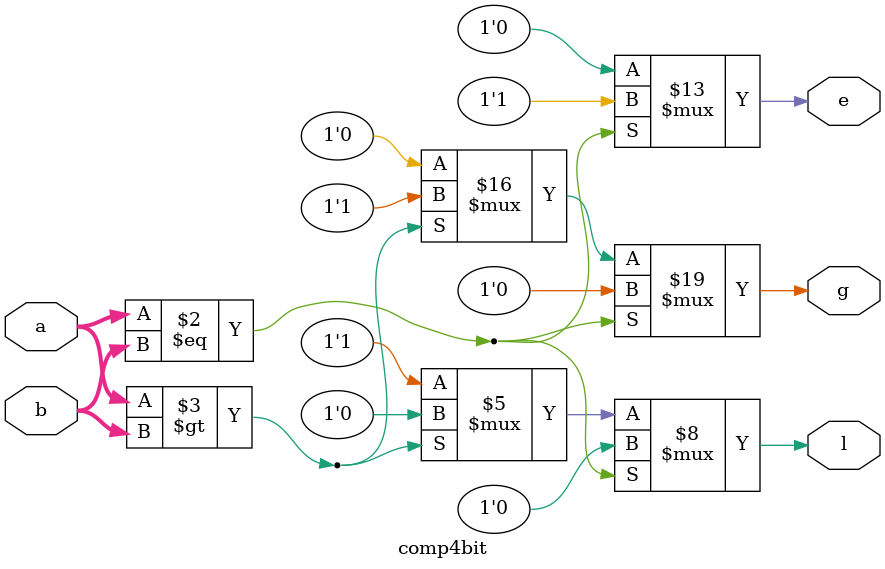
<source format=v>
module comp4bit (
input [3:0]a,b,
output reg g,l,e);

always @(a,b)
begin
if(a==b)
begin
g<=0;
e<=1;
l<=0;
end
else if(a>b)
begin
g<=1;
e<=0;
l<=0;
end
else
begin
g<=0;
e<=0;
l<=1;
end
end
endmodule


</source>
